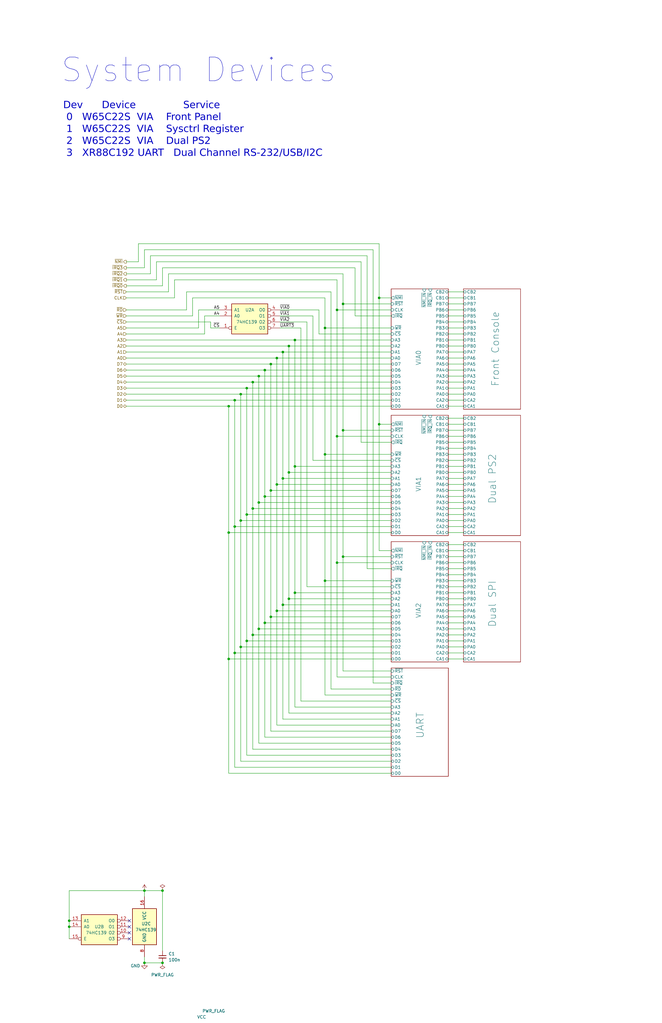
<source format=kicad_sch>
(kicad_sch (version 20230121) (generator eeschema)
  (paper "B" portrait)
  (title_block (title "System Devices (3xVIA, 1xXR88C192)") (date "2023-07-08") (comment 4 "Alan Canon (after Ben Eater and Adrien Kohlbecker)"))
  (lib_symbols
    (symbol "Device:C_Small" (pin_numbers hide) (pin_names (offset 0.254) hide)
      (property "Reference" "C" (at 0.254 1.778 0))
      (property "Value" "C_Small" (at 0.254 -2.032 0))
      (symbol "C_Small_0_1"
        (polyline (pts (xy -1.524 -0.508) (xy 1.524 -0.508)) (stroke (width 0.3302)))
        (polyline (pts (xy -1.524 0.508) (xy 1.524 0.508)) (stroke (width 0.3048)))
      )
      (symbol "C_Small_1_1"
        (pin passive line (at 0 2.54 270) (length 2.032) (name "~") (number "1"))
        (pin passive line (at 0 -2.54 90) (length 2.032) (name "~") (number "2"))
      )
    )
    (symbol "Vega816:74HC139" (pin_names (offset 1.016))
      (property "Reference" "U" (at -7.62 8.89 0))
      (property "Value" "74HC139" (at -7.62 -8.89 0))
      (symbol "74HC139_1_0"
        (pin input inverted (at -12.7 -5.08 0) (length 5.08) (name "E") (number "1"))
        (pin input line (at -12.7 0 0) (length 5.08) (name "A0") (number "2"))
        (pin input line (at -12.7 2.54 0) (length 5.08) (name "A1") (number "3"))
        (pin output inverted (at 12.7 2.54 180) (length 5.08) (name "O0") (number "4"))
        (pin output inverted (at 12.7 0 180) (length 5.08) (name "O1") (number "5"))
        (pin output inverted (at 12.7 -2.54 180) (length 5.08) (name "O2") (number "6"))
        (pin output inverted (at 12.7 -5.08 180) (length 5.08) (name "O3") (number "7"))
      )
      (symbol "74HC139_1_1"
        (rectangle (start -7.62 5.08) (end 7.62 -7.62) (stroke (width 0.254)) (fill (type background)))
      )
      (symbol "74HC139_2_0"
        (pin output inverted (at 12.7 -2.54 180) (length 5.08) (name "O2") (number "10"))
        (pin output inverted (at 12.7 0 180) (length 5.08) (name "O1") (number "11"))
        (pin output inverted (at 12.7 2.54 180) (length 5.08) (name "O0") (number "12"))
        (pin input line (at -12.7 2.54 0) (length 5.08) (name "A1") (number "13"))
        (pin input line (at -12.7 0 0) (length 5.08) (name "A0") (number "14"))
        (pin input inverted (at -12.7 -5.08 0) (length 5.08) (name "E") (number "15"))
        (pin output inverted (at 12.7 -5.08 180) (length 5.08) (name "O3") (number "9"))
      )
      (symbol "74HC139_2_1"
        (rectangle (start -7.62 5.08) (end 7.62 -7.62) (stroke (width 0.254)) (fill (type background)))
      )
      (symbol "74HC139_3_0"
        (pin power_in line (at 0 12.7 270) (length 5.08) (name "VCC") (number "16"))
        (pin power_in line (at 0 -12.7 90) (length 5.08) (name "GND") (number "8"))
      )
      (symbol "74HC139_3_1"
        (rectangle (start -5.08 7.62) (end 5.08 -7.62) (stroke (width 0.254)) (fill (type background)))
      )
    )
    (symbol "power:GND" (power) (pin_names (offset 0))
      (property "Value" "GND" (at 0 -3.81 0))
      (symbol "GND_0_1"
        (polyline (pts (xy 0 0) (xy 0 -1.27) (xy 1.27 -1.27) (xy 0 -2.54) (xy -1.27 -1.27) (xy 0 -1.27)))
      )
      (symbol "GND_1_1"
        (pin power_in line (at 0 0 270) (length 0) hide (name "GND") (number "1"))
      )
    )
    (symbol "power:PWR_FLAG" (power) (pin_numbers hide) (pin_names (offset 0) hide)
      (property "Value" "PWR_FLAG" (at 0 3.81 0))
      (symbol "PWR_FLAG_0_0"
        (pin power_out line (at 0 0 90) (length 0) (name "pwr") (number "1"))
      )
      (symbol "PWR_FLAG_0_1"
        (polyline (pts (xy 0 0) (xy 0 1.27) (xy -1.016 1.905) (xy 0 2.54) (xy 1.016 1.905) (xy 0 1.27)))
      )
    )
    (symbol "power:VCC" (power) (pin_names (offset 0))
      (property "Value" "VCC" (at 0 3.81 0))
      (symbol "VCC_0_1"
        (polyline (pts (xy -0.762 1.27) (xy 0 2.54)))
        (polyline (pts (xy 0 0) (xy 0 2.54)))
        (polyline (pts (xy 0 2.54) (xy 0.762 1.27)))
      )
      (symbol "VCC_1_1"
        (pin power_in line (at 0 0 90) (length 0) hide (name "VCC") (number "1"))
      )
    )
  )
  (junction (at 104.14 217.17))
  (junction (at 121.92 252.73))
  (junction (at 114.3 207.01))
  (junction (at 116.84 257.81))
  (junction (at 101.6 166.37))
  (junction (at 99.06 222.25))
  (junction (at 121.92 199.39))
  (junction (at 160.02 125.73))
  (junction (at 119.38 201.93))
  (junction (at 68.58 375.92))
  (junction (at 60.96 406.4))
  (junction (at 111.76 156.21))
  (junction (at 119.38 148.59))
  (junction (at 160.02 179.07))
  (junction (at 111.76 209.55))
  (junction (at 106.68 161.29))
  (junction (at 114.3 260.35))
  (junction (at 144.78 128.27))
  (junction (at 101.6 219.71))
  (junction (at 114.3 153.67))
  (junction (at 144.78 234.95))
  (junction (at 124.46 250.19))
  (junction (at 68.58 406.4))
  (junction (at 116.84 204.47))
  (junction (at 137.16 245.11))
  (junction (at 104.14 163.83))
  (junction (at 124.46 143.51))
  (junction (at 124.46 196.85))
  (junction (at 121.92 146.05))
  (junction (at 119.38 255.27))
  (junction (at 99.06 168.91))
  (junction (at 99.06 275.59))
  (junction (at 60.96 375.92))
  (junction (at 106.68 214.63))
  (junction (at 137.16 138.43))
  (junction (at 109.22 212.09))
  (junction (at 104.14 270.51))
  (junction (at 142.24 237.49))
  (junction (at 101.6 273.05))
  (junction (at 96.52 278.13))
  (junction (at 144.78 181.61))
  (junction (at 109.22 158.75))
  (junction (at 142.24 184.15))
  (junction (at 96.52 171.45))
  (junction (at 96.52 224.79))
  (junction (at 106.68 267.97))
  (junction (at 137.16 191.77))
  (junction (at 142.24 130.81))
  (junction (at 116.84 151.13))
  (junction (at 29.21 388.62))
  (junction (at 29.21 391.16))
  (junction (at 109.22 265.43))
  (junction (at 111.76 262.89))
  (no_connect (at 54.61 388.62))
  (no_connect (at 54.61 393.7))
  (no_connect (at 54.61 391.16))
  (no_connect (at 54.61 396.24))
  (wire (pts (xy 129.54 135.89) (xy 129.54 247.65)))
  (wire (pts (xy 68.58 401.32) (xy 68.58 375.92)))
  (wire (pts (xy 99.06 222.25) (xy 165.1 222.25)))
  (wire (pts (xy 189.23 245.11) (xy 195.58 245.11)))
  (wire (pts (xy 189.23 237.49) (xy 195.58 237.49)))
  (wire (pts (xy 189.23 199.39) (xy 195.58 199.39)))
  (wire (pts (xy 157.48 288.29) (xy 165.1 288.29)))
  (wire (pts (xy 157.48 105.41) (xy 157.48 288.29)))
  (wire (pts (xy 144.78 234.95) (xy 144.78 283.21)))
  (wire (pts (xy 189.23 255.27) (xy 195.58 255.27)))
  (wire (pts (xy 60.96 105.41) (xy 157.48 105.41)))
  (wire (pts (xy 104.14 270.51) (xy 104.14 318.77)))
  (wire (pts (xy 137.16 293.37) (xy 165.1 293.37)))
  (wire (pts (xy 137.16 125.73) (xy 137.16 138.43)))
  (wire (pts (xy 189.23 247.65) (xy 195.58 247.65)))
  (wire (pts (xy 189.23 153.67) (xy 195.58 153.67)))
  (wire (pts (xy 116.84 151.13) (xy 165.1 151.13)))
  (wire (pts (xy 189.23 209.55) (xy 195.58 209.55)))
  (wire (pts (xy 111.76 209.55) (xy 111.76 262.89)))
  (wire (pts (xy 104.14 163.83) (xy 104.14 217.17)))
  (wire (pts (xy 124.46 196.85) (xy 124.46 250.19)))
  (wire (pts (xy 53.34 161.29) (xy 106.68 161.29)))
  (wire (pts (xy 124.46 250.19) (xy 124.46 298.45)))
  (wire (pts (xy 101.6 321.31) (xy 165.1 321.31)))
  (wire (pts (xy 139.7 123.19) (xy 139.7 290.83)))
  (wire (pts (xy 160.02 102.87) (xy 58.42 102.87)))
  (wire (pts (xy 142.24 130.81) (xy 165.1 130.81)))
  (wire (pts (xy 119.38 201.93) (xy 165.1 201.93)))
  (wire (pts (xy 109.22 265.43) (xy 165.1 265.43)))
  (wire (pts (xy 96.52 224.79) (xy 165.1 224.79)))
  (wire (pts (xy 53.34 148.59) (xy 119.38 148.59)))
  (wire (pts (xy 96.52 326.39) (xy 165.1 326.39)))
  (wire (pts (xy 189.23 252.73) (xy 195.58 252.73)))
  (wire (pts (xy 114.3 260.35) (xy 114.3 308.61)))
  (wire (pts (xy 119.38 255.27) (xy 165.1 255.27)))
  (wire (pts (xy 189.23 275.59) (xy 195.58 275.59)))
  (wire (pts (xy 189.23 232.41) (xy 195.58 232.41)))
  (wire (pts (xy 60.96 403.86) (xy 60.96 406.4)))
  (wire (pts (xy 154.94 107.95) (xy 154.94 240.03)))
  (wire (pts (xy 86.36 140.97) (xy 53.34 140.97)))
  (wire (pts (xy 58.42 102.87) (xy 58.42 110.49)))
  (wire (pts (xy 189.23 242.57) (xy 195.58 242.57)))
  (wire (pts (xy 83.82 130.81) (xy 83.82 138.43)))
  (wire (pts (xy 116.84 151.13) (xy 116.84 204.47)))
  (wire (pts (xy 189.23 138.43) (xy 195.58 138.43)))
  (wire (pts (xy 189.23 176.53) (xy 195.58 176.53)))
  (wire (pts (xy 58.42 110.49) (xy 53.34 110.49)))
  (wire (pts (xy 165.1 285.75) (xy 142.24 285.75)))
  (wire (pts (xy 118.11 130.81) (xy 134.62 130.81)))
  (wire (pts (xy 127 295.91) (xy 165.1 295.91)))
  (wire (pts (xy 121.92 199.39) (xy 165.1 199.39)))
  (wire (pts (xy 189.23 135.89) (xy 195.58 135.89)))
  (wire (pts (xy 109.22 212.09) (xy 165.1 212.09)))
  (wire (pts (xy 134.62 140.97) (xy 165.1 140.97)))
  (wire (pts (xy 189.23 161.29) (xy 195.58 161.29)))
  (wire (pts (xy 99.06 323.85) (xy 165.1 323.85)))
  (wire (pts (xy 63.5 115.57) (xy 53.34 115.57)))
  (wire (pts (xy 142.24 118.11) (xy 73.66 118.11)))
  (wire (pts (xy 29.21 375.92) (xy 29.21 388.62)))
  (wire (pts (xy 71.12 115.57) (xy 71.12 123.19)))
  (wire (pts (xy 121.92 300.99) (xy 165.1 300.99)))
  (wire (pts (xy 189.23 265.43) (xy 195.58 265.43)))
  (wire (pts (xy 189.23 125.73) (xy 195.58 125.73)))
  (wire (pts (xy 189.23 273.05) (xy 195.58 273.05)))
  (wire (pts (xy 111.76 262.89) (xy 165.1 262.89)))
  (wire (pts (xy 124.46 143.51) (xy 124.46 196.85)))
  (wire (pts (xy 63.5 107.95) (xy 154.94 107.95)))
  (wire (pts (xy 189.23 229.87) (xy 195.58 229.87)))
  (wire (pts (xy 137.16 245.11) (xy 165.1 245.11)))
  (wire (pts (xy 165.1 283.21) (xy 144.78 283.21)))
  (wire (pts (xy 189.23 219.71) (xy 195.58 219.71)))
  (wire (pts (xy 165.1 181.61) (xy 144.78 181.61)))
  (wire (pts (xy 165.1 234.95) (xy 144.78 234.95)))
  (wire (pts (xy 189.23 262.89) (xy 195.58 262.89)))
  (wire (pts (xy 149.86 133.35) (xy 165.1 133.35)))
  (wire (pts (xy 53.34 143.51) (xy 124.46 143.51)))
  (wire (pts (xy 53.34 153.67) (xy 114.3 153.67)))
  (wire (pts (xy 66.04 110.49) (xy 66.04 118.11)))
  (wire (pts (xy 101.6 219.71) (xy 165.1 219.71)))
  (wire (pts (xy 53.34 168.91) (xy 99.06 168.91)))
  (wire (pts (xy 121.92 252.73) (xy 165.1 252.73)))
  (wire (pts (xy 106.68 161.29) (xy 106.68 214.63)))
  (wire (pts (xy 116.84 306.07) (xy 165.1 306.07)))
  (wire (pts (xy 189.23 166.37) (xy 195.58 166.37)))
  (wire (pts (xy 144.78 181.61) (xy 144.78 234.95)))
  (wire (pts (xy 109.22 212.09) (xy 109.22 265.43)))
  (wire (pts (xy 101.6 166.37) (xy 165.1 166.37)))
  (wire (pts (xy 111.76 311.15) (xy 165.1 311.15)))
  (wire (pts (xy 189.23 260.35) (xy 195.58 260.35)))
  (wire (pts (xy 165.1 232.41) (xy 160.02 232.41)))
  (wire (pts (xy 104.14 217.17) (xy 165.1 217.17)))
  (wire (pts (xy 88.9 138.43) (xy 92.71 138.43)))
  (wire (pts (xy 189.23 168.91) (xy 195.58 168.91)))
  (wire (pts (xy 189.23 151.13) (xy 195.58 151.13)))
  (wire (pts (xy 129.54 247.65) (xy 165.1 247.65)))
  (wire (pts (xy 119.38 255.27) (xy 119.38 303.53)))
  (wire (pts (xy 124.46 298.45) (xy 165.1 298.45)))
  (wire (pts (xy 106.68 214.63) (xy 165.1 214.63)))
  (wire (pts (xy 111.76 156.21) (xy 165.1 156.21)))
  (wire (pts (xy 114.3 207.01) (xy 165.1 207.01)))
  (wire (pts (xy 53.34 123.19) (xy 71.12 123.19)))
  (wire (pts (xy 60.96 375.92) (xy 68.58 375.92)))
  (wire (pts (xy 189.23 179.07) (xy 195.58 179.07)))
  (wire (pts (xy 101.6 166.37) (xy 101.6 219.71)))
  (wire (pts (xy 88.9 135.89) (xy 53.34 135.89)))
  (wire (pts (xy 189.23 212.09) (xy 195.58 212.09)))
  (wire (pts (xy 137.16 138.43) (xy 165.1 138.43)))
  (wire (pts (xy 189.23 143.51) (xy 195.58 143.51)))
  (wire (pts (xy 144.78 128.27) (xy 165.1 128.27)))
  (wire (pts (xy 149.86 113.03) (xy 149.86 133.35)))
  (wire (pts (xy 189.23 186.69) (xy 195.58 186.69)))
  (wire (pts (xy 152.4 186.69) (xy 165.1 186.69)))
  (wire (pts (xy 116.84 204.47) (xy 116.84 257.81)))
  (wire (pts (xy 114.3 153.67) (xy 165.1 153.67)))
  (wire (pts (xy 73.66 118.11) (xy 73.66 125.73)))
  (wire (pts (xy 142.24 285.75) (xy 142.24 237.49)))
  (wire (pts (xy 53.34 151.13) (xy 116.84 151.13)))
  (wire (pts (xy 81.28 125.73) (xy 137.16 125.73)))
  (wire (pts (xy 99.06 168.91) (xy 165.1 168.91)))
  (wire (pts (xy 124.46 196.85) (xy 165.1 196.85)))
  (wire (pts (xy 189.23 171.45) (xy 195.58 171.45)))
  (wire (pts (xy 144.78 181.61) (xy 144.78 128.27)))
  (wire (pts (xy 53.34 163.83) (xy 104.14 163.83)))
  (wire (pts (xy 118.11 135.89) (xy 129.54 135.89)))
  (wire (pts (xy 116.84 204.47) (xy 165.1 204.47)))
  (wire (pts (xy 96.52 171.45) (xy 96.52 224.79)))
  (wire (pts (xy 114.3 207.01) (xy 114.3 260.35)))
  (wire (pts (xy 189.23 140.97) (xy 195.58 140.97)))
  (wire (pts (xy 134.62 130.81) (xy 134.62 140.97)))
  (wire (pts (xy 78.74 123.19) (xy 139.7 123.19)))
  (wire (pts (xy 165.1 237.49) (xy 142.24 237.49)))
  (wire (pts (xy 53.34 166.37) (xy 101.6 166.37)))
  (wire (pts (xy 189.23 130.81) (xy 195.58 130.81)))
  (wire (pts (xy 118.11 133.35) (xy 132.08 133.35)))
  (wire (pts (xy 189.23 214.63) (xy 195.58 214.63)))
  (wire (pts (xy 189.23 194.31) (xy 195.58 194.31)))
  (wire (pts (xy 189.23 270.51) (xy 195.58 270.51)))
  (wire (pts (xy 118.11 138.43) (xy 127 138.43)))
  (wire (pts (xy 132.08 133.35) (xy 132.08 194.31)))
  (wire (pts (xy 29.21 375.92) (xy 60.96 375.92)))
  (wire (pts (xy 104.14 318.77) (xy 165.1 318.77)))
  (wire (pts (xy 189.23 163.83) (xy 195.58 163.83)))
  (wire (pts (xy 144.78 115.57) (xy 144.78 128.27)))
  (wire (pts (xy 53.34 125.73) (xy 73.66 125.73)))
  (wire (pts (xy 109.22 158.75) (xy 109.22 212.09)))
  (wire (pts (xy 189.23 222.25) (xy 195.58 222.25)))
  (wire (pts (xy 66.04 110.49) (xy 152.4 110.49)))
  (wire (pts (xy 160.02 179.07) (xy 160.02 232.41)))
  (wire (pts (xy 189.23 191.77) (xy 195.58 191.77)))
  (wire (pts (xy 189.23 207.01) (xy 195.58 207.01)))
  (wire (pts (xy 53.34 158.75) (xy 109.22 158.75)))
  (wire (pts (xy 109.22 313.69) (xy 165.1 313.69)))
  (wire (pts (xy 116.84 257.81) (xy 116.84 306.07)))
  (wire (pts (xy 29.21 391.16) (xy 29.21 396.24)))
  (wire (pts (xy 111.76 262.89) (xy 111.76 311.15)))
  (wire (pts (xy 189.23 257.81) (xy 195.58 257.81)))
  (wire (pts (xy 111.76 156.21) (xy 111.76 209.55)))
  (wire (pts (xy 119.38 148.59) (xy 119.38 201.93)))
  (wire (pts (xy 101.6 219.71) (xy 101.6 273.05)))
  (wire (pts (xy 53.34 146.05) (xy 121.92 146.05)))
  (wire (pts (xy 99.06 168.91) (xy 99.06 222.25)))
  (wire (pts (xy 189.23 224.79) (xy 195.58 224.79)))
  (wire (pts (xy 86.36 133.35) (xy 86.36 140.97)))
  (wire (pts (xy 83.82 130.81) (xy 92.71 130.81)))
  (wire (pts (xy 66.04 118.11) (xy 53.34 118.11)))
  (wire (pts (xy 121.92 252.73) (xy 121.92 300.99)))
  (wire (pts (xy 53.34 171.45) (xy 96.52 171.45)))
  (wire (pts (xy 142.24 184.15) (xy 142.24 237.49)))
  (wire (pts (xy 111.76 209.55) (xy 165.1 209.55)))
  (wire (pts (xy 71.12 115.57) (xy 144.78 115.57)))
  (wire (pts (xy 68.58 113.03) (xy 68.58 120.65)))
  (wire (pts (xy 142.24 184.15) (xy 165.1 184.15)))
  (wire (pts (xy 88.9 138.43) (xy 88.9 135.89)))
  (wire (pts (xy 189.23 278.13) (xy 195.58 278.13)))
  (wire (pts (xy 121.92 199.39) (xy 121.92 252.73)))
  (wire (pts (xy 160.02 125.73) (xy 160.02 102.87)))
  (wire (pts (xy 189.23 189.23) (xy 195.58 189.23)))
  (wire (pts (xy 189.23 123.19) (xy 195.58 123.19)))
  (wire (pts (xy 68.58 406.4) (xy 60.96 406.4)))
  (wire (pts (xy 104.14 217.17) (xy 104.14 270.51)))
  (wire (pts (xy 116.84 257.81) (xy 165.1 257.81)))
  (wire (pts (xy 121.92 146.05) (xy 121.92 199.39)))
  (wire (pts (xy 137.16 191.77) (xy 165.1 191.77)))
  (wire (pts (xy 63.5 107.95) (xy 63.5 115.57)))
  (wire (pts (xy 189.23 240.03) (xy 195.58 240.03)))
  (wire (pts (xy 127 138.43) (xy 127 295.91)))
  (wire (pts (xy 114.3 308.61) (xy 165.1 308.61)))
  (wire (pts (xy 53.34 156.21) (xy 111.76 156.21)))
  (wire (pts (xy 142.24 130.81) (xy 142.24 184.15)))
  (wire (pts (xy 189.23 181.61) (xy 195.58 181.61)))
  (wire (pts (xy 189.23 184.15) (xy 195.58 184.15)))
  (wire (pts (xy 109.22 265.43) (xy 109.22 313.69)))
  (wire (pts (xy 83.82 138.43) (xy 53.34 138.43)))
  (wire (pts (xy 160.02 179.07) (xy 160.02 125.73)))
  (wire (pts (xy 139.7 290.83) (xy 165.1 290.83)))
  (wire (pts (xy 189.23 217.17) (xy 195.58 217.17)))
  (wire (pts (xy 106.68 214.63) (xy 106.68 267.97)))
  (wire (pts (xy 106.68 161.29) (xy 165.1 161.29)))
  (wire (pts (xy 104.14 163.83) (xy 165.1 163.83)))
  (wire (pts (xy 189.23 234.95) (xy 195.58 234.95)))
  (wire (pts (xy 189.23 204.47) (xy 195.58 204.47)))
  (wire (pts (xy 189.23 148.59) (xy 195.58 148.59)))
  (wire (pts (xy 119.38 148.59) (xy 165.1 148.59)))
  (wire (pts (xy 137.16 191.77) (xy 137.16 245.11)))
  (wire (pts (xy 106.68 267.97) (xy 165.1 267.97)))
  (wire (pts (xy 78.74 123.19) (xy 78.74 130.81)))
  (wire (pts (xy 152.4 110.49) (xy 152.4 186.69)))
  (wire (pts (xy 132.08 194.31) (xy 165.1 194.31)))
  (wire (pts (xy 96.52 224.79) (xy 96.52 278.13)))
  (wire (pts (xy 124.46 143.51) (xy 165.1 143.51)))
  (wire (pts (xy 189.23 156.21) (xy 195.58 156.21)))
  (wire (pts (xy 68.58 113.03) (xy 149.86 113.03)))
  (wire (pts (xy 60.96 378.46) (xy 60.96 375.92)))
  (wire (pts (xy 60.96 105.41) (xy 60.96 113.03)))
  (wire (pts (xy 189.23 201.93) (xy 195.58 201.93)))
  (wire (pts (xy 96.52 171.45) (xy 165.1 171.45)))
  (wire (pts (xy 99.06 275.59) (xy 165.1 275.59)))
  (wire (pts (xy 142.24 118.11) (xy 142.24 130.81)))
  (wire (pts (xy 189.23 196.85) (xy 195.58 196.85)))
  (wire (pts (xy 154.94 240.03) (xy 165.1 240.03)))
  (wire (pts (xy 189.23 158.75) (xy 195.58 158.75)))
  (wire (pts (xy 96.52 278.13) (xy 165.1 278.13)))
  (wire (pts (xy 114.3 260.35) (xy 165.1 260.35)))
  (wire (pts (xy 189.23 128.27) (xy 195.58 128.27)))
  (wire (pts (xy 106.68 267.97) (xy 106.68 316.23)))
  (wire (pts (xy 189.23 146.05) (xy 195.58 146.05)))
  (wire (pts (xy 137.16 245.11) (xy 137.16 293.37)))
  (wire (pts (xy 99.06 222.25) (xy 99.06 275.59)))
  (wire (pts (xy 124.46 250.19) (xy 165.1 250.19)))
  (wire (pts (xy 60.96 113.03) (xy 53.34 113.03)))
  (wire (pts (xy 114.3 153.67) (xy 114.3 207.01)))
  (wire (pts (xy 160.02 125.73) (xy 165.1 125.73)))
  (wire (pts (xy 96.52 278.13) (xy 96.52 326.39)))
  (wire (pts (xy 81.28 125.73) (xy 81.28 133.35)))
  (wire (pts (xy 106.68 316.23) (xy 165.1 316.23)))
  (wire (pts (xy 119.38 201.93) (xy 119.38 255.27)))
  (wire (pts (xy 101.6 273.05) (xy 165.1 273.05)))
  (wire (pts (xy 99.06 275.59) (xy 99.06 323.85)))
  (wire (pts (xy 53.34 130.81) (xy 78.74 130.81)))
  (wire (pts (xy 189.23 133.35) (xy 195.58 133.35)))
  (wire (pts (xy 189.23 267.97) (xy 195.58 267.97)))
  (wire (pts (xy 53.34 133.35) (xy 81.28 133.35)))
  (wire (pts (xy 86.36 133.35) (xy 92.71 133.35)))
  (wire (pts (xy 160.02 179.07) (xy 165.1 179.07)))
  (wire (pts (xy 68.58 120.65) (xy 53.34 120.65)))
  (wire (pts (xy 109.22 158.75) (xy 165.1 158.75)))
  (wire (pts (xy 137.16 138.43) (xy 137.16 191.77)))
  (wire (pts (xy 101.6 273.05) (xy 101.6 321.31)))
  (wire (pts (xy 104.14 270.51) (xy 165.1 270.51)))
  (wire (pts (xy 121.92 146.05) (xy 165.1 146.05)))
  (wire (pts (xy 29.21 388.62) (xy 29.21 391.16)))
  (wire (pts (xy 119.38 303.53) (xy 165.1 303.53)))
  (wire (pts (xy 189.23 250.19) (xy 195.58 250.19)))
  (text "System Devices" (at 25.4 35.56 0) (effects (font (size 10 10)) (justify left bottom)))
  (text "Dev      Device               Service\n 0   W65C22S  VIA    Front Panel\n 1   W65C22S  VIA    Sysctrl Register\n 2   W65C22S  VIA    Dual PS2\n 3   XR88C192 UART   Dual Channel RS-232/USB/I2C" (at 26.67 67.31 0) (effects (font (size 3 3)) (justify left bottom)))
  (label "~{UART3}" (at 118.11 138.43 0))
  (label "A4" (at 92.71 133.35 180))
  (label "~{VIA1}" (at 118.11 133.35 0))
  (label "~{CS}" (at 92.71 138.43 180))
  (label "~{VIA2}" (at 118.11 135.89 0))
  (label "~{VIA0}" (at 118.11 130.81 0))
  (label "A5" (at 92.71 130.81 180))
  (hierarchical_label "~{RST}" (shape input) (at 53.34 123.19 180))
  (hierarchical_label "D0" (shape tri_state) (at 53.34 171.45 180))
  (hierarchical_label "CLK" (shape input) (at 53.34 125.73 180))
  (hierarchical_label "A2" (shape input) (at 53.34 146.05 180))
  (hierarchical_label "A3" (shape input) (at 53.34 143.51 180))
  (hierarchical_label "~{IRQ2}" (shape output) (at 53.34 115.57 180))
  (hierarchical_label "D6" (shape tri_state) (at 53.34 156.21 180))
  (hierarchical_label "D4" (shape tri_state) (at 53.34 161.29 180))
  (hierarchical_label "~{WR}" (shape input) (at 53.34 133.35 180))
  (hierarchical_label "~{IRQ0}" (shape output) (at 53.34 120.65 180))
  (hierarchical_label "~{IRQ3}" (shape output) (at 53.34 113.03 180))
  (hierarchical_label "A4" (shape input) (at 53.34 140.97 180))
  (hierarchical_label "A1" (shape input) (at 53.34 148.59 180))
  (hierarchical_label "~{RD}" (shape input) (at 53.34 130.81 180))
  (hierarchical_label "~{NMI}" (shape output) (at 53.34 110.49 180))
  (hierarchical_label "D7" (shape tri_state) (at 53.34 153.67 180))
  (hierarchical_label "D1" (shape tri_state) (at 53.34 168.91 180))
  (hierarchical_label "D3" (shape tri_state) (at 53.34 163.83 180))
  (hierarchical_label "~{CS}" (shape input) (at 53.34 135.89 180))
  (hierarchical_label "D5" (shape tri_state) (at 53.34 158.75 180))
  (hierarchical_label "D2" (shape tri_state) (at 53.34 166.37 180))
  (hierarchical_label "~{IRQ1}" (shape output) (at 53.34 118.11 180))
  (hierarchical_label "A0" (shape input) (at 53.34 151.13 180))
  (hierarchical_label "A5" (shape input) (at 53.34 138.43 180))
  (symbol (lib_id "Vega816:74HC139") (at 60.96 391.16 0) (unit 3)
    (property "Reference" "U2" (at 59.69 389.89 0) (effects (justify left)))
    (property "Value" "74HC139" (at 57.15 392.43 0) (effects (justify left)))
    (property "Datasheet" "https://www.ti.com/lit/ds/scls108e/scls108e.pdf" (effects hide))
  )
  (symbol (lib_id "Device:C_Small") (at 68.58 403.86 0) (unit 1)
    (property "Reference" "C1" (at 71.12 402.5962 0) (effects (justify left)))
    (property "Value" "100n" (at 71.12 405.1362 0) (effects (justify left)))
  )
  (symbol (lib_id "Vega816:74HC139") (at 41.91 391.16 0) (unit 2)
    (property "Reference" "U2" (at 41.91 391.16 0))
    (property "Value" "74HC139" (at 40.64 393.7 0))
    (property "Datasheet" "https://www.ti.com/lit/ds/scls108e/scls108e.pdf" (effects hide))
  )
  (symbol (lib_id "power:PWR_FLAG") (at 68.58 406.4 180) (unit 1)
    (property "Reference" "#FLG02" (effects hide))
    (property "Value" "PWR_FLAG" (at 68.58 411.48 0))
  )
  (symbol (lib_id "power:VCC") (at 60.96 375.92 0) (unit 1)
    (property "Reference" "#PWR04" (effects hide))
    (property "Value" "VCC" (at 85.09 429.26 0))
  )
  (symbol (lib_id "power:PWR_FLAG") (at 68.58 375.92 0) (unit 1)
    (property "Reference" "#FLG01" (effects hide))
    (property "Value" "PWR_FLAG" (at 90.17 426.72 0))
  )
  (symbol (lib_id "Vega816:74HC139") (at 105.41 133.35 0) (unit 1)
    (property "Reference" "U2" (at 105.41 130.81 0))
    (property "Value" "74HC139" (at 104.14 135.89 0))
    (property "Datasheet" "https://www.ti.com/lit/ds/scls108e/scls108e.pdf" (effects hide))
  )
  (symbol (lib_id "power:GND") (at 60.96 406.4 0) (unit 1)
    (property "Reference" "#PWR03" (effects hide))
    (property "Value" "GND" (at 57.15 407.67 0))
  )
  (sheet (at 195.58 175.26) (size 24.13 50.8) (stroke (width 0.1524))
    (property "Sheetname" "Dual PS2" (at 209.55 212.6484 90) (effects (font (size 3 3)) (justify left bottom)))
    (property "Sheetfile" "../Accessories/EaterPS2Interface.kicad_sch" (effects hide))
    (pin "PA3" tri_state (at 195.58 212.09 180))
    (pin "PA2" tri_state (at 195.58 214.63 180))
    (pin "PA1" tri_state (at 195.58 217.17 180))
    (pin "PA0" tri_state (at 195.58 219.71 180))
    (pin "CA1" tri_state (at 195.58 224.79 180))
    (pin "CA2" tri_state (at 195.58 222.25 180))
    (pin "CB2" tri_state (at 195.58 176.53 180))
    (pin "PB5" tri_state (at 195.58 186.69 180))
    (pin "PB7" tri_state (at 195.58 181.61 180))
    (pin "CB1" tri_state (at 195.58 179.07 180))
    (pin "PB4" tri_state (at 195.58 189.23 180))
    (pin "PB6" tri_state (at 195.58 184.15 180))
    (pin "PB3" tri_state (at 195.58 191.77 180))
    (pin "PB2" tri_state (at 195.58 194.31 180))
    (pin "PA6" tri_state (at 195.58 204.47 180))
    (pin "PB1" tri_state (at 195.58 196.85 180))
    (pin "PA7" tri_state (at 195.58 201.93 180))
    (pin "PA5" tri_state (at 195.58 207.01 180))
    (pin "PB0" tri_state (at 195.58 199.39 180))
    (pin "PA4" tri_state (at 195.58 209.55 180))
  )
  (sheet (at 165.1 121.92) (size 24.13 50.8) (stroke (width 0.1524))
    (property "Sheetname" "VIA0" (at 177.8 154.2284 90) (effects (font (size 2 2)) (justify left bottom)))
    (property "Sheetfile" "VIAPortNoConn.kicad_sch" (effects hide))
    (pin "~{IRQ}" output (at 165.1 133.35 180))
    (pin "~{WR}" input (at 165.1 138.43 180))
    (pin "~{CS}" input (at 165.1 140.97 180))
    (pin "D5" tri_state (at 165.1 158.75 180))
    (pin "D7" tri_state (at 165.1 153.67 180))
    (pin "CLK" input (at 165.1 130.81 180))
    (pin "D6" tri_state (at 165.1 156.21 180))
    (pin "A3" input (at 165.1 143.51 180))
    (pin "~{RST}" input (at 165.1 128.27 180))
    (pin "A2" input (at 165.1 146.05 180))
    (pin "A1" input (at 165.1 148.59 180))
    (pin "D2" tri_state (at 165.1 166.37 180))
    (pin "D4" tri_state (at 165.1 161.29 180))
    (pin "D1" tri_state (at 165.1 168.91 180))
    (pin "D3" tri_state (at 165.1 163.83 180))
    (pin "D0" tri_state (at 165.1 171.45 180))
    (pin "A0" input (at 165.1 151.13 180))
    (pin "~{NMI_IN}" input (at 179.07 121.92 90))
    (pin "~{IRQ_IN}" input (at 181.61 121.92 90))
    (pin "PB4" tri_state (at 189.23 135.89 0))
    (pin "PB5" tri_state (at 189.23 133.35 0))
    (pin "PB3" tri_state (at 189.23 138.43 0))
    (pin "PB2" tri_state (at 189.23 140.97 0))
    (pin "CB2" tri_state (at 189.23 123.19 0))
    (pin "CB1" tri_state (at 189.23 125.73 0))
    (pin "PB7" tri_state (at 189.23 128.27 0))
    (pin "PB6" tri_state (at 189.23 130.81 0))
    (pin "~{NMI}" output (at 165.1 125.73 180))
    (pin "PA3" tri_state (at 189.23 158.75 0))
    (pin "PA2" tri_state (at 189.23 161.29 0))
    (pin "PA1" tri_state (at 189.23 163.83 0))
    (pin "PA5" tri_state (at 189.23 153.67 0))
    (pin "PA4" tri_state (at 189.23 156.21 0))
    (pin "CA2" tri_state (at 189.23 168.91 0))
    (pin "PA0" tri_state (at 189.23 166.37 0))
    (pin "CA1" tri_state (at 189.23 171.45 0))
    (pin "PA7" tri_state (at 189.23 148.59 0))
    (pin "PA6" tri_state (at 189.23 151.13 0))
    (pin "PB0" tri_state (at 189.23 146.05 0))
    (pin "PB1" tri_state (at 189.23 143.51 0))
  )
  (sheet (at 195.58 121.92) (size 24.13 50.8) (stroke (width 0.1524))
    (property "Sheetname" "Front Console" (at 210.82 163.1184 90) (effects (font (size 3 3)) (justify left bottom)))
    (property "Sheetfile" "../Front Console/Front Console.kicad_sch" (effects hide))
    (pin "PA3" tri_state (at 195.58 158.75 180))
    (pin "PA2" tri_state (at 195.58 161.29 180))
    (pin "PA1" tri_state (at 195.58 163.83 180))
    (pin "PA0" tri_state (at 195.58 166.37 180))
    (pin "CA1" tri_state (at 195.58 171.45 180))
    (pin "CA2" tri_state (at 195.58 168.91 180))
    (pin "CB2" tri_state (at 195.58 123.19 180))
    (pin "PB5" tri_state (at 195.58 133.35 180))
    (pin "PB7" tri_state (at 195.58 128.27 180))
    (pin "CB1" tri_state (at 195.58 125.73 180))
    (pin "PB4" tri_state (at 195.58 135.89 180))
    (pin "PB6" tri_state (at 195.58 130.81 180))
    (pin "PB3" tri_state (at 195.58 138.43 180))
    (pin "PB2" tri_state (at 195.58 140.97 180))
    (pin "PA6" tri_state (at 195.58 151.13 180))
    (pin "PB1" tri_state (at 195.58 143.51 180))
    (pin "PA7" tri_state (at 195.58 148.59 180))
    (pin "PA5" tri_state (at 195.58 153.67 180))
    (pin "PB0" tri_state (at 195.58 146.05 180))
    (pin "PA4" tri_state (at 195.58 156.21 180))
  )
  (sheet (at 165.1 175.26) (size 24.13 50.8) (stroke (width 0.1524))
    (property "Sheetname" "VIA1" (at 177.8 207.5684 90) (effects (font (size 2 2)) (justify left bottom)))
    (property "Sheetfile" "VIAPortNoConn.kicad_sch" (effects hide))
    (pin "~{IRQ}" output (at 165.1 186.69 180))
    (pin "~{WR}" input (at 165.1 191.77 180))
    (pin "~{CS}" input (at 165.1 194.31 180))
    (pin "D5" tri_state (at 165.1 212.09 180))
    (pin "D7" tri_state (at 165.1 207.01 180))
    (pin "CLK" input (at 165.1 184.15 180))
    (pin "D6" tri_state (at 165.1 209.55 180))
    (pin "A3" input (at 165.1 196.85 180))
    (pin "~{RST}" input (at 165.1 181.61 180))
    (pin "A2" input (at 165.1 199.39 180))
    (pin "A1" input (at 165.1 201.93 180))
    (pin "D2" tri_state (at 165.1 219.71 180))
    (pin "D4" tri_state (at 165.1 214.63 180))
    (pin "D1" tri_state (at 165.1 222.25 180))
    (pin "D3" tri_state (at 165.1 217.17 180))
    (pin "D0" tri_state (at 165.1 224.79 180))
    (pin "A0" input (at 165.1 204.47 180))
    (pin "~{NMI_IN}" input (at 179.07 175.26 90))
    (pin "~{IRQ_IN}" input (at 181.61 175.26 90))
    (pin "PB4" tri_state (at 189.23 189.23 0))
    (pin "PB5" tri_state (at 189.23 186.69 0))
    (pin "PB3" tri_state (at 189.23 191.77 0))
    (pin "PB2" tri_state (at 189.23 194.31 0))
    (pin "CB2" tri_state (at 189.23 176.53 0))
    (pin "CB1" tri_state (at 189.23 179.07 0))
    (pin "PB7" tri_state (at 189.23 181.61 0))
    (pin "PB6" tri_state (at 189.23 184.15 0))
    (pin "~{NMI}" output (at 165.1 179.07 180))
    (pin "PA3" tri_state (at 189.23 212.09 0))
    (pin "PA2" tri_state (at 189.23 214.63 0))
    (pin "PA1" tri_state (at 189.23 217.17 0))
    (pin "PA5" tri_state (at 189.23 207.01 0))
    (pin "PA4" tri_state (at 189.23 209.55 0))
    (pin "CA2" tri_state (at 189.23 222.25 0))
    (pin "PA0" tri_state (at 189.23 219.71 0))
    (pin "CA1" tri_state (at 189.23 224.79 0))
    (pin "PA7" tri_state (at 189.23 201.93 0))
    (pin "PA6" tri_state (at 189.23 204.47 0))
    (pin "PB0" tri_state (at 189.23 199.39 0))
    (pin "PB1" tri_state (at 189.23 196.85 0))
  )
  (sheet (at 165.1 228.6) (size 24.13 50.8) (stroke (width 0.1524))
    (property "Sheetname" "VIA2" (at 177.8 260.9084 90) (effects (font (size 2 2)) (justify left bottom)))
    (property "Sheetfile" "VIAPort.kicad_sch" (effects hide))
    (pin "~{IRQ}" output (at 165.1 240.03 180))
    (pin "~{WR}" input (at 165.1 245.11 180))
    (pin "~{CS}" input (at 165.1 247.65 180))
    (pin "D5" tri_state (at 165.1 265.43 180))
    (pin "D7" tri_state (at 165.1 260.35 180))
    (pin "CLK" input (at 165.1 237.49 180))
    (pin "D6" tri_state (at 165.1 262.89 180))
    (pin "A3" input (at 165.1 250.19 180))
    (pin "~{RST}" input (at 165.1 234.95 180))
    (pin "A2" input (at 165.1 252.73 180))
    (pin "A1" input (at 165.1 255.27 180))
    (pin "D2" tri_state (at 165.1 273.05 180))
    (pin "D4" tri_state (at 165.1 267.97 180))
    (pin "D1" tri_state (at 165.1 275.59 180))
    (pin "D3" tri_state (at 165.1 270.51 180))
    (pin "D0" tri_state (at 165.1 278.13 180))
    (pin "A0" input (at 165.1 257.81 180))
    (pin "~{NMI_IN}" input (at 179.07 228.6 90))
    (pin "~{IRQ_IN}" input (at 181.61 228.6 90))
    (pin "PB4" tri_state (at 189.23 242.57 0))
    (pin "PB5" tri_state (at 189.23 240.03 0))
    (pin "PB3" tri_state (at 189.23 245.11 0))
    (pin "PB2" tri_state (at 189.23 247.65 0))
    (pin "CB2" tri_state (at 189.23 229.87 0))
    (pin "CB1" tri_state (at 189.23 232.41 0))
    (pin "PB7" tri_state (at 189.23 234.95 0))
    (pin "PB6" tri_state (at 189.23 237.49 0))
    (pin "~{NMI}" output (at 165.1 232.41 180))
    (pin "PA3" tri_state (at 189.23 265.43 0))
    (pin "PA2" tri_state (at 189.23 267.97 0))
    (pin "PA1" tri_state (at 189.23 270.51 0))
    (pin "PA5" tri_state (at 189.23 260.35 0))
    (pin "PA4" tri_state (at 189.23 262.89 0))
    (pin "CA2" tri_state (at 189.23 275.59 0))
    (pin "PA0" tri_state (at 189.23 273.05 0))
    (pin "CA1" tri_state (at 189.23 278.13 0))
    (pin "PA7" tri_state (at 189.23 255.27 0))
    (pin "PA6" tri_state (at 189.23 257.81 0))
    (pin "PB0" tri_state (at 189.23 252.73 0))
    (pin "PB1" tri_state (at 189.23 250.19 0))
  )
  (sheet (at 195.58 228.6) (size 24.13 50.8) (stroke (width 0.1524))
    (property "Sheetname" "Dual SPI" (at 209.55 264.7184 90) (effects (font (size 3 3)) (justify left bottom)))
    (property "Sheetfile" "../Accessories/DualSPI.kicad_sch" (effects hide))
    (pin "PA3" tri_state (at 195.58 265.43 180))
    (pin "PA2" tri_state (at 195.58 267.97 180))
    (pin "PA1" tri_state (at 195.58 270.51 180))
    (pin "PA0" tri_state (at 195.58 273.05 180))
    (pin "CA1" tri_state (at 195.58 278.13 180))
    (pin "CA2" tri_state (at 195.58 275.59 180))
    (pin "CB2" tri_state (at 195.58 229.87 180))
    (pin "PB5" tri_state (at 195.58 240.03 180))
    (pin "PB7" tri_state (at 195.58 234.95 180))
    (pin "CB1" tri_state (at 195.58 232.41 180))
    (pin "PB4" tri_state (at 195.58 242.57 180))
    (pin "PB6" tri_state (at 195.58 237.49 180))
    (pin "PB3" tri_state (at 195.58 245.11 180))
    (pin "PB2" tri_state (at 195.58 247.65 180))
    (pin "PA6" tri_state (at 195.58 257.81 180))
    (pin "PB1" tri_state (at 195.58 250.19 180))
    (pin "PA7" tri_state (at 195.58 255.27 180))
    (pin "PA5" tri_state (at 195.58 260.35 180))
    (pin "PB0" tri_state (at 195.58 252.73 180))
    (pin "PA4" tri_state (at 195.58 262.89 180))
  )
  (sheet (at 165.1 281.94) (size 24.13 45.72) (stroke (width 0.1524))
    (property "Sheetname" "UART" (at 179.07 311.7084 90) (effects (font (size 3 3)) (justify left bottom)))
    (property "Sheetfile" "XR88C192.kicad_sch" (effects hide))
    (pin "~{IRQ}" input (at 165.1 288.29 180))
    (pin "~{WR}" input (at 165.1 293.37 180))
    (pin "~{CS}" input (at 165.1 295.91 180))
    (pin "D5" tri_state (at 165.1 313.69 180))
    (pin "D7" tri_state (at 165.1 308.61 180))
    (pin "CLK" input (at 165.1 285.75 180))
    (pin "D6" tri_state (at 165.1 311.15 180))
    (pin "~{RD}" input (at 165.1 290.83 180))
    (pin "A3" input (at 165.1 298.45 180))
    (pin "~{RST}" input (at 165.1 283.21 180))
    (pin "A2" input (at 165.1 300.99 180))
    (pin "A1" input (at 165.1 303.53 180))
    (pin "D2" tri_state (at 165.1 321.31 180))
    (pin "D4" tri_state (at 165.1 316.23 180))
    (pin "D1" tri_state (at 165.1 323.85 180))
    (pin "D3" tri_state (at 165.1 318.77 180))
    (pin "D0" tri_state (at 165.1 326.39 180))
    (pin "A0" input (at 165.1 306.07 180))
  )
)
</source>
